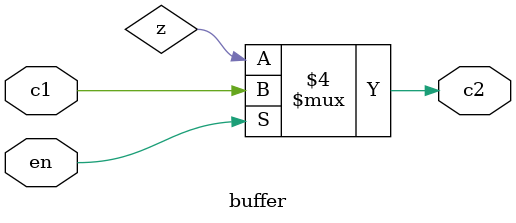
<source format=v>
module buffer(c1, c2, en);
    input c1, en;
    output c2;

    always @(*) begin
        if (en == 0) c2 = z;
        else c2 = c1;
    end

endmodule
</source>
